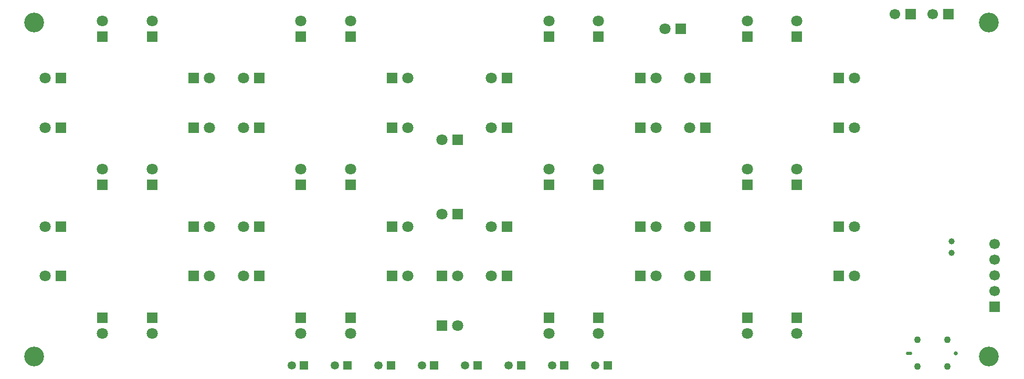
<source format=gbr>
%TF.GenerationSoftware,KiCad,Pcbnew,9.0.6-9.0.6~ubuntu24.04.1*%
%TF.CreationDate,2025-12-13T15:08:55+01:00*%
%TF.ProjectId,7_seg_led_tht_3mm,375f7365-675f-46c6-9564-5f7468745f33,1.0*%
%TF.SameCoordinates,Original*%
%TF.FileFunction,Soldermask,Top*%
%TF.FilePolarity,Negative*%
%FSLAX46Y46*%
G04 Gerber Fmt 4.6, Leading zero omitted, Abs format (unit mm)*
G04 Created by KiCad (PCBNEW 9.0.6-9.0.6~ubuntu24.04.1) date 2025-12-13 15:08:55*
%MOMM*%
%LPD*%
G01*
G04 APERTURE LIST*
%ADD10R,1.700000X1.700000*%
%ADD11C,1.700000*%
%ADD12C,1.000000*%
%ADD13R,1.800000X1.800000*%
%ADD14C,1.800000*%
%ADD15R,1.350000X1.350000*%
%ADD16C,1.350000*%
%ADD17C,0.660000*%
%ADD18O,1.000000X0.580000*%
%ADD19C,1.100000*%
%ADD20C,3.200000*%
G04 APERTURE END LIST*
D10*
%TO.C,J5*%
X232900004Y-113979932D03*
D11*
X232900004Y-111439932D03*
X232900004Y-108899932D03*
X232900004Y-106359932D03*
X232900004Y-103819932D03*
%TD*%
D12*
%TO.C,Y1*%
X225929590Y-103367291D03*
X225929590Y-105267291D03*
%TD*%
D13*
%TO.C,D5*%
X207730000Y-77000000D03*
D14*
X210270000Y-77000000D03*
%TD*%
D13*
%TO.C,D47*%
X121000000Y-94270000D03*
D14*
X121000000Y-91730000D03*
%TD*%
D13*
%TO.C,D44*%
X114270000Y-101000000D03*
D14*
X111730000Y-101000000D03*
%TD*%
D13*
%TO.C,D28*%
X154270000Y-109000000D03*
D14*
X151730000Y-109000000D03*
%TD*%
D13*
%TO.C,D23*%
X175730000Y-109000000D03*
D14*
X178270000Y-109000000D03*
%TD*%
D13*
%TO.C,D30*%
X154270000Y-85000000D03*
D14*
X151730000Y-85000000D03*
%TD*%
D13*
%TO.C,D17*%
X182270000Y-69000000D03*
D14*
X179730000Y-69000000D03*
%TD*%
D13*
%TO.C,D42*%
X129000000Y-115730000D03*
D14*
X129000000Y-118270000D03*
%TD*%
D15*
%TO.C,D68*%
X135500000Y-123500000D03*
D16*
X133500000Y-123500000D03*
%TD*%
D13*
%TO.C,D20*%
X161000000Y-70270000D03*
D14*
X161000000Y-67730000D03*
%TD*%
D13*
%TO.C,D49*%
X143730000Y-109000000D03*
D14*
X146270000Y-109000000D03*
%TD*%
D15*
%TO.C,D67*%
X128500000Y-123500000D03*
D16*
X126500000Y-123500000D03*
%TD*%
D13*
%TO.C,D54*%
X103730000Y-85000000D03*
D14*
X106270000Y-85000000D03*
%TD*%
D13*
%TO.C,D11*%
X186270000Y-101000000D03*
D14*
X183730000Y-101000000D03*
%TD*%
D13*
%TO.C,D16*%
X201000000Y-94270000D03*
D14*
X201000000Y-91730000D03*
%TD*%
D13*
%TO.C,D63*%
X89000000Y-94270000D03*
D14*
X89000000Y-91730000D03*
%TD*%
D13*
%TO.C,D27*%
X154270000Y-101000000D03*
D14*
X151730000Y-101000000D03*
%TD*%
D13*
%TO.C,D46*%
X114270000Y-77000000D03*
D14*
X111730000Y-77000000D03*
%TD*%
D13*
%TO.C,D12*%
X186270000Y-109000000D03*
D14*
X183730000Y-109000000D03*
%TD*%
D13*
%TO.C,D33*%
X146270000Y-99000000D03*
D14*
X143730000Y-99000000D03*
%TD*%
D13*
%TO.C,D8*%
X207730000Y-109000000D03*
D14*
X210270000Y-109000000D03*
%TD*%
D13*
%TO.C,D39*%
X135730000Y-109000000D03*
D14*
X138270000Y-109000000D03*
%TD*%
D13*
%TO.C,D45*%
X114270000Y-85000000D03*
D14*
X111730000Y-85000000D03*
%TD*%
D13*
%TO.C,D55*%
X103730000Y-109000000D03*
D14*
X106270000Y-109000000D03*
%TD*%
D13*
%TO.C,D25*%
X169000000Y-115730000D03*
D14*
X169000000Y-118270000D03*
%TD*%
D13*
%TO.C,D52*%
X89000000Y-70270000D03*
D14*
X89000000Y-67730000D03*
%TD*%
D13*
%TO.C,D59*%
X82270000Y-101000000D03*
D14*
X79730000Y-101000000D03*
%TD*%
D15*
%TO.C,D72*%
X170500000Y-123500000D03*
D16*
X168500000Y-123500000D03*
%TD*%
D13*
%TO.C,D34*%
X146270000Y-87000000D03*
D14*
X143730000Y-87000000D03*
%TD*%
D13*
%TO.C,D22*%
X175730000Y-85000000D03*
D14*
X178270000Y-85000000D03*
%TD*%
D13*
%TO.C,D38*%
X135730000Y-77000000D03*
D14*
X138270000Y-77000000D03*
%TD*%
D13*
%TO.C,D15*%
X193000000Y-94270000D03*
D14*
X193000000Y-91730000D03*
%TD*%
D13*
%TO.C,D43*%
X114270000Y-109000000D03*
D14*
X111730000Y-109000000D03*
%TD*%
D13*
%TO.C,D4*%
X201000000Y-70270000D03*
D14*
X201000000Y-67730000D03*
%TD*%
D13*
%TO.C,D36*%
X129000000Y-70270000D03*
D14*
X129000000Y-67730000D03*
%TD*%
D13*
%TO.C,D21*%
X175730000Y-77000000D03*
D14*
X178270000Y-77000000D03*
%TD*%
D13*
%TO.C,D53*%
X103730000Y-77000000D03*
D14*
X106270000Y-77000000D03*
%TD*%
D13*
%TO.C,D31*%
X161000000Y-94270000D03*
D14*
X161000000Y-91730000D03*
%TD*%
D13*
%TO.C,D40*%
X135730000Y-101000000D03*
D14*
X138270000Y-101000000D03*
%TD*%
D13*
%TO.C,D13*%
X186270000Y-77000000D03*
D14*
X183730000Y-77000000D03*
%TD*%
D15*
%TO.C,D71*%
X156500000Y-123500000D03*
D16*
X154500000Y-123500000D03*
%TD*%
D13*
%TO.C,D41*%
X121000000Y-115730000D03*
D14*
X121000000Y-118270000D03*
%TD*%
D13*
%TO.C,D6*%
X207730000Y-85000000D03*
D14*
X210270000Y-85000000D03*
%TD*%
D13*
%TO.C,D61*%
X82270000Y-77000000D03*
D14*
X79730000Y-77000000D03*
%TD*%
D15*
%TO.C,D2*%
X121500000Y-123500000D03*
D16*
X119500000Y-123500000D03*
%TD*%
D13*
%TO.C,D56*%
X103730000Y-101000000D03*
D14*
X106270000Y-101000000D03*
%TD*%
D13*
%TO.C,D35*%
X121000000Y-70270000D03*
D14*
X121000000Y-67730000D03*
%TD*%
D13*
%TO.C,D3*%
X193000000Y-70270000D03*
D14*
X193000000Y-67730000D03*
%TD*%
D13*
%TO.C,D37*%
X135730000Y-85000000D03*
D14*
X138270000Y-85000000D03*
%TD*%
D13*
%TO.C,D48*%
X129000000Y-94270000D03*
D14*
X129000000Y-91730000D03*
%TD*%
D13*
%TO.C,D10*%
X201000000Y-115730000D03*
D14*
X201000000Y-118270000D03*
%TD*%
D15*
%TO.C,D69*%
X142500000Y-123500000D03*
D16*
X140500000Y-123500000D03*
%TD*%
D13*
%TO.C,D29*%
X154270000Y-77000000D03*
D14*
X151730000Y-77000000D03*
%TD*%
D13*
%TO.C,D58*%
X97000000Y-115730000D03*
D14*
X97000000Y-118270000D03*
%TD*%
D13*
%TO.C,D60*%
X82270000Y-109000000D03*
D14*
X79730000Y-109000000D03*
%TD*%
D13*
%TO.C,D19*%
X169000000Y-70270000D03*
D14*
X169000000Y-67730000D03*
%TD*%
D13*
%TO.C,D14*%
X186270000Y-85000000D03*
D14*
X183730000Y-85000000D03*
%TD*%
D13*
%TO.C,D7*%
X207730000Y-101000000D03*
D14*
X210270000Y-101000000D03*
%TD*%
D13*
%TO.C,D24*%
X175730000Y-101000000D03*
D14*
X178270000Y-101000000D03*
%TD*%
D13*
%TO.C,D51*%
X97000000Y-70270000D03*
D14*
X97000000Y-67730000D03*
%TD*%
D13*
%TO.C,D9*%
X193000000Y-115730000D03*
D14*
X193000000Y-118270000D03*
%TD*%
D13*
%TO.C,D57*%
X89000000Y-115730000D03*
D14*
X89000000Y-118270000D03*
%TD*%
D15*
%TO.C,D70*%
X149500000Y-123500000D03*
D16*
X147500000Y-123500000D03*
%TD*%
D13*
%TO.C,D50*%
X143730000Y-117000000D03*
D14*
X146270000Y-117000000D03*
%TD*%
D13*
%TO.C,D26*%
X161000000Y-115730000D03*
D14*
X161000000Y-118270000D03*
%TD*%
D15*
%TO.C,D73*%
X163500000Y-123500000D03*
D16*
X161500000Y-123500000D03*
%TD*%
D13*
%TO.C,D64*%
X97000000Y-94270000D03*
D14*
X97000000Y-91730000D03*
%TD*%
D13*
%TO.C,D32*%
X169000000Y-94270000D03*
D14*
X169000000Y-91730000D03*
%TD*%
D13*
%TO.C,D62*%
X82270000Y-85000000D03*
D14*
X79730000Y-85000000D03*
%TD*%
D17*
%TO.C,J1*%
X226640000Y-121500000D03*
D18*
X219140000Y-121500000D03*
D19*
X225290000Y-123650000D03*
X225290000Y-119350000D03*
X220490000Y-123650000D03*
X220490000Y-119350000D03*
%TD*%
D20*
%TO.C,H2*%
X232000004Y-67999932D03*
%TD*%
D10*
%TO.C,J3*%
X219350000Y-66675000D03*
D11*
X216810000Y-66675000D03*
%TD*%
D10*
%TO.C,J4*%
X225500000Y-66675000D03*
D11*
X222960000Y-66675000D03*
%TD*%
D20*
%TO.C,H2*%
X232000004Y-121999932D03*
%TD*%
%TO.C,H1*%
X78000004Y-67999932D03*
%TD*%
%TO.C,H2*%
X78000004Y-121999932D03*
%TD*%
M02*

</source>
